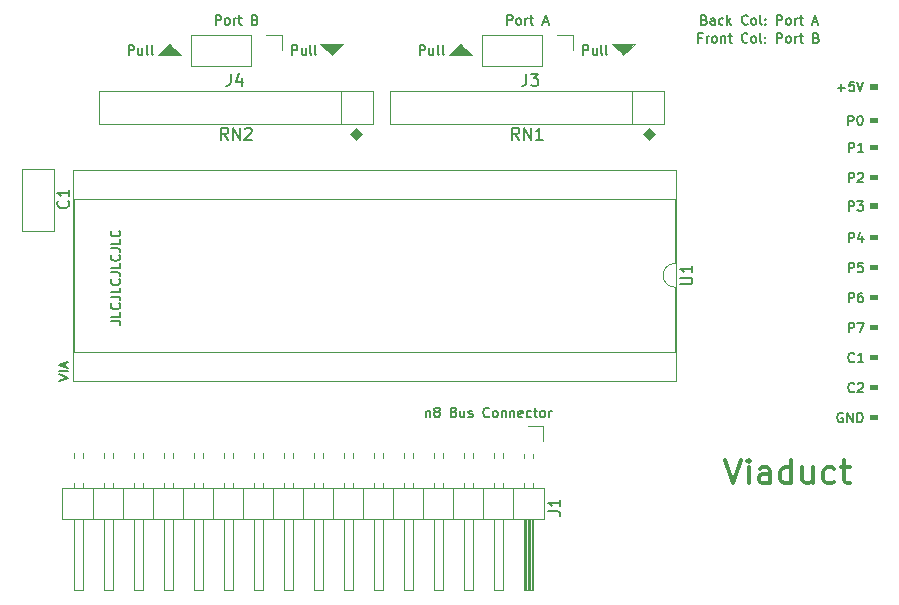
<source format=gbr>
%TF.GenerationSoftware,KiCad,Pcbnew,(5.1.12-1-10_14)*%
%TF.CreationDate,2021-12-06T13:14:12+01:00*%
%TF.ProjectId,viaduct,76696164-7563-4742-9e6b-696361645f70,rev?*%
%TF.SameCoordinates,Original*%
%TF.FileFunction,Legend,Top*%
%TF.FilePolarity,Positive*%
%FSLAX46Y46*%
G04 Gerber Fmt 4.6, Leading zero omitted, Abs format (unit mm)*
G04 Created by KiCad (PCBNEW (5.1.12-1-10_14)) date 2021-12-06 13:14:12*
%MOMM*%
%LPD*%
G01*
G04 APERTURE LIST*
%ADD10C,0.150000*%
%ADD11C,0.100000*%
%ADD12C,0.300000*%
%ADD13C,0.120000*%
G04 APERTURE END LIST*
D10*
X122701104Y-119951038D02*
X123272533Y-119951038D01*
X123386819Y-119989133D01*
X123463009Y-120065323D01*
X123501104Y-120179609D01*
X123501104Y-120255800D01*
X123501104Y-119189133D02*
X123501104Y-119570085D01*
X122701104Y-119570085D01*
X123424914Y-118465323D02*
X123463009Y-118503419D01*
X123501104Y-118617704D01*
X123501104Y-118693895D01*
X123463009Y-118808180D01*
X123386819Y-118884371D01*
X123310628Y-118922466D01*
X123158247Y-118960561D01*
X123043961Y-118960561D01*
X122891580Y-118922466D01*
X122815390Y-118884371D01*
X122739200Y-118808180D01*
X122701104Y-118693895D01*
X122701104Y-118617704D01*
X122739200Y-118503419D01*
X122777295Y-118465323D01*
X122701104Y-117893895D02*
X123272533Y-117893895D01*
X123386819Y-117931990D01*
X123463009Y-118008180D01*
X123501104Y-118122466D01*
X123501104Y-118198657D01*
X123501104Y-117131990D02*
X123501104Y-117512942D01*
X122701104Y-117512942D01*
X123424914Y-116408180D02*
X123463009Y-116446276D01*
X123501104Y-116560561D01*
X123501104Y-116636752D01*
X123463009Y-116751038D01*
X123386819Y-116827228D01*
X123310628Y-116865323D01*
X123158247Y-116903419D01*
X123043961Y-116903419D01*
X122891580Y-116865323D01*
X122815390Y-116827228D01*
X122739200Y-116751038D01*
X122701104Y-116636752D01*
X122701104Y-116560561D01*
X122739200Y-116446276D01*
X122777295Y-116408180D01*
X122701104Y-115836752D02*
X123272533Y-115836752D01*
X123386819Y-115874847D01*
X123463009Y-115951038D01*
X123501104Y-116065323D01*
X123501104Y-116141514D01*
X123501104Y-115074847D02*
X123501104Y-115455800D01*
X122701104Y-115455800D01*
X123424914Y-114351038D02*
X123463009Y-114389133D01*
X123501104Y-114503419D01*
X123501104Y-114579609D01*
X123463009Y-114693895D01*
X123386819Y-114770085D01*
X123310628Y-114808180D01*
X123158247Y-114846276D01*
X123043961Y-114846276D01*
X122891580Y-114808180D01*
X122815390Y-114770085D01*
X122739200Y-114693895D01*
X122701104Y-114579609D01*
X122701104Y-114503419D01*
X122739200Y-114389133D01*
X122777295Y-114351038D01*
X122701104Y-113779609D02*
X123272533Y-113779609D01*
X123386819Y-113817704D01*
X123463009Y-113893895D01*
X123501104Y-114008180D01*
X123501104Y-114084371D01*
X123501104Y-113017704D02*
X123501104Y-113398657D01*
X122701104Y-113398657D01*
X123424914Y-112293895D02*
X123463009Y-112331990D01*
X123501104Y-112446276D01*
X123501104Y-112522466D01*
X123463009Y-112636752D01*
X123386819Y-112712942D01*
X123310628Y-112751038D01*
X123158247Y-112789133D01*
X123043961Y-112789133D01*
X122891580Y-112751038D01*
X122815390Y-112712942D01*
X122739200Y-112636752D01*
X122701104Y-112522466D01*
X122701104Y-112446276D01*
X122739200Y-112331990D01*
X122777295Y-112293895D01*
D11*
G36*
X187579000Y-128270000D02*
G01*
X187007500Y-128270000D01*
X187007500Y-127889000D01*
X187579000Y-127889000D01*
X187579000Y-128270000D01*
G37*
X187579000Y-128270000D02*
X187007500Y-128270000D01*
X187007500Y-127889000D01*
X187579000Y-127889000D01*
X187579000Y-128270000D01*
G36*
X187579000Y-125730000D02*
G01*
X187007500Y-125730000D01*
X187007500Y-125349000D01*
X187579000Y-125349000D01*
X187579000Y-125730000D01*
G37*
X187579000Y-125730000D02*
X187007500Y-125730000D01*
X187007500Y-125349000D01*
X187579000Y-125349000D01*
X187579000Y-125730000D01*
G36*
X187579000Y-123190000D02*
G01*
X187007500Y-123190000D01*
X187007500Y-122809000D01*
X187579000Y-122809000D01*
X187579000Y-123190000D01*
G37*
X187579000Y-123190000D02*
X187007500Y-123190000D01*
X187007500Y-122809000D01*
X187579000Y-122809000D01*
X187579000Y-123190000D01*
G36*
X187579000Y-120650000D02*
G01*
X187007500Y-120650000D01*
X187007500Y-120269000D01*
X187579000Y-120269000D01*
X187579000Y-120650000D01*
G37*
X187579000Y-120650000D02*
X187007500Y-120650000D01*
X187007500Y-120269000D01*
X187579000Y-120269000D01*
X187579000Y-120650000D01*
G36*
X187579000Y-118110000D02*
G01*
X187007500Y-118110000D01*
X187007500Y-117729000D01*
X187579000Y-117729000D01*
X187579000Y-118110000D01*
G37*
X187579000Y-118110000D02*
X187007500Y-118110000D01*
X187007500Y-117729000D01*
X187579000Y-117729000D01*
X187579000Y-118110000D01*
G36*
X187579000Y-115570000D02*
G01*
X187007500Y-115570000D01*
X187007500Y-115189000D01*
X187579000Y-115189000D01*
X187579000Y-115570000D01*
G37*
X187579000Y-115570000D02*
X187007500Y-115570000D01*
X187007500Y-115189000D01*
X187579000Y-115189000D01*
X187579000Y-115570000D01*
G36*
X187579000Y-113030000D02*
G01*
X187007500Y-113030000D01*
X187007500Y-112649000D01*
X187579000Y-112649000D01*
X187579000Y-113030000D01*
G37*
X187579000Y-113030000D02*
X187007500Y-113030000D01*
X187007500Y-112649000D01*
X187579000Y-112649000D01*
X187579000Y-113030000D01*
G36*
X187579000Y-110363000D02*
G01*
X187007500Y-110363000D01*
X187007500Y-109982000D01*
X187579000Y-109982000D01*
X187579000Y-110363000D01*
G37*
X187579000Y-110363000D02*
X187007500Y-110363000D01*
X187007500Y-109982000D01*
X187579000Y-109982000D01*
X187579000Y-110363000D01*
G36*
X187579000Y-107950000D02*
G01*
X187007500Y-107950000D01*
X187007500Y-107569000D01*
X187579000Y-107569000D01*
X187579000Y-107950000D01*
G37*
X187579000Y-107950000D02*
X187007500Y-107950000D01*
X187007500Y-107569000D01*
X187579000Y-107569000D01*
X187579000Y-107950000D01*
G36*
X187579000Y-105410000D02*
G01*
X187007500Y-105410000D01*
X187007500Y-105029000D01*
X187579000Y-105029000D01*
X187579000Y-105410000D01*
G37*
X187579000Y-105410000D02*
X187007500Y-105410000D01*
X187007500Y-105029000D01*
X187579000Y-105029000D01*
X187579000Y-105410000D01*
G36*
X187579000Y-103124000D02*
G01*
X187007500Y-103124000D01*
X187007500Y-102743000D01*
X187579000Y-102743000D01*
X187579000Y-103124000D01*
G37*
X187579000Y-103124000D02*
X187007500Y-103124000D01*
X187007500Y-102743000D01*
X187579000Y-102743000D01*
X187579000Y-103124000D01*
G36*
X187579000Y-100266500D02*
G01*
X187007500Y-100266500D01*
X187007500Y-99885500D01*
X187579000Y-99885500D01*
X187579000Y-100266500D01*
G37*
X187579000Y-100266500D02*
X187007500Y-100266500D01*
X187007500Y-99885500D01*
X187579000Y-99885500D01*
X187579000Y-100266500D01*
D10*
X184700428Y-127743000D02*
X184624238Y-127704904D01*
X184509952Y-127704904D01*
X184395666Y-127743000D01*
X184319476Y-127819190D01*
X184281380Y-127895380D01*
X184243285Y-128047761D01*
X184243285Y-128162047D01*
X184281380Y-128314428D01*
X184319476Y-128390619D01*
X184395666Y-128466809D01*
X184509952Y-128504904D01*
X184586142Y-128504904D01*
X184700428Y-128466809D01*
X184738523Y-128428714D01*
X184738523Y-128162047D01*
X184586142Y-128162047D01*
X185081380Y-128504904D02*
X185081380Y-127704904D01*
X185538523Y-128504904D01*
X185538523Y-127704904D01*
X185919476Y-128504904D02*
X185919476Y-127704904D01*
X186109952Y-127704904D01*
X186224238Y-127743000D01*
X186300428Y-127819190D01*
X186338523Y-127895380D01*
X186376619Y-128047761D01*
X186376619Y-128162047D01*
X186338523Y-128314428D01*
X186300428Y-128390619D01*
X186224238Y-128466809D01*
X186109952Y-128504904D01*
X185919476Y-128504904D01*
X184281380Y-100196642D02*
X184890904Y-100196642D01*
X184586142Y-100501404D02*
X184586142Y-99891880D01*
X185652809Y-99701404D02*
X185271857Y-99701404D01*
X185233761Y-100082357D01*
X185271857Y-100044261D01*
X185348047Y-100006166D01*
X185538523Y-100006166D01*
X185614714Y-100044261D01*
X185652809Y-100082357D01*
X185690904Y-100158547D01*
X185690904Y-100349023D01*
X185652809Y-100425214D01*
X185614714Y-100463309D01*
X185538523Y-100501404D01*
X185348047Y-100501404D01*
X185271857Y-100463309D01*
X185233761Y-100425214D01*
X185919476Y-99701404D02*
X186186142Y-100501404D01*
X186452809Y-99701404D01*
X118306904Y-125006000D02*
X119106904Y-124739333D01*
X118306904Y-124472666D01*
X119106904Y-124206000D02*
X118306904Y-124206000D01*
X118878333Y-123863142D02*
X118878333Y-123482190D01*
X119106904Y-123939333D02*
X118306904Y-123672666D01*
X119106904Y-123406000D01*
X149428857Y-127539771D02*
X149428857Y-128073104D01*
X149428857Y-127615961D02*
X149466952Y-127577866D01*
X149543142Y-127539771D01*
X149657428Y-127539771D01*
X149733619Y-127577866D01*
X149771714Y-127654057D01*
X149771714Y-128073104D01*
X150266952Y-127615961D02*
X150190761Y-127577866D01*
X150152666Y-127539771D01*
X150114571Y-127463580D01*
X150114571Y-127425485D01*
X150152666Y-127349295D01*
X150190761Y-127311200D01*
X150266952Y-127273104D01*
X150419333Y-127273104D01*
X150495523Y-127311200D01*
X150533619Y-127349295D01*
X150571714Y-127425485D01*
X150571714Y-127463580D01*
X150533619Y-127539771D01*
X150495523Y-127577866D01*
X150419333Y-127615961D01*
X150266952Y-127615961D01*
X150190761Y-127654057D01*
X150152666Y-127692152D01*
X150114571Y-127768342D01*
X150114571Y-127920723D01*
X150152666Y-127996914D01*
X150190761Y-128035009D01*
X150266952Y-128073104D01*
X150419333Y-128073104D01*
X150495523Y-128035009D01*
X150533619Y-127996914D01*
X150571714Y-127920723D01*
X150571714Y-127768342D01*
X150533619Y-127692152D01*
X150495523Y-127654057D01*
X150419333Y-127615961D01*
X151790761Y-127654057D02*
X151905047Y-127692152D01*
X151943142Y-127730247D01*
X151981238Y-127806438D01*
X151981238Y-127920723D01*
X151943142Y-127996914D01*
X151905047Y-128035009D01*
X151828857Y-128073104D01*
X151524095Y-128073104D01*
X151524095Y-127273104D01*
X151790761Y-127273104D01*
X151866952Y-127311200D01*
X151905047Y-127349295D01*
X151943142Y-127425485D01*
X151943142Y-127501676D01*
X151905047Y-127577866D01*
X151866952Y-127615961D01*
X151790761Y-127654057D01*
X151524095Y-127654057D01*
X152666952Y-127539771D02*
X152666952Y-128073104D01*
X152324095Y-127539771D02*
X152324095Y-127958819D01*
X152362190Y-128035009D01*
X152438380Y-128073104D01*
X152552666Y-128073104D01*
X152628857Y-128035009D01*
X152666952Y-127996914D01*
X153009809Y-128035009D02*
X153086000Y-128073104D01*
X153238380Y-128073104D01*
X153314571Y-128035009D01*
X153352666Y-127958819D01*
X153352666Y-127920723D01*
X153314571Y-127844533D01*
X153238380Y-127806438D01*
X153124095Y-127806438D01*
X153047904Y-127768342D01*
X153009809Y-127692152D01*
X153009809Y-127654057D01*
X153047904Y-127577866D01*
X153124095Y-127539771D01*
X153238380Y-127539771D01*
X153314571Y-127577866D01*
X154762190Y-127996914D02*
X154724095Y-128035009D01*
X154609809Y-128073104D01*
X154533619Y-128073104D01*
X154419333Y-128035009D01*
X154343142Y-127958819D01*
X154305047Y-127882628D01*
X154266952Y-127730247D01*
X154266952Y-127615961D01*
X154305047Y-127463580D01*
X154343142Y-127387390D01*
X154419333Y-127311200D01*
X154533619Y-127273104D01*
X154609809Y-127273104D01*
X154724095Y-127311200D01*
X154762190Y-127349295D01*
X155219333Y-128073104D02*
X155143142Y-128035009D01*
X155105047Y-127996914D01*
X155066952Y-127920723D01*
X155066952Y-127692152D01*
X155105047Y-127615961D01*
X155143142Y-127577866D01*
X155219333Y-127539771D01*
X155333619Y-127539771D01*
X155409809Y-127577866D01*
X155447904Y-127615961D01*
X155486000Y-127692152D01*
X155486000Y-127920723D01*
X155447904Y-127996914D01*
X155409809Y-128035009D01*
X155333619Y-128073104D01*
X155219333Y-128073104D01*
X155828857Y-127539771D02*
X155828857Y-128073104D01*
X155828857Y-127615961D02*
X155866952Y-127577866D01*
X155943142Y-127539771D01*
X156057428Y-127539771D01*
X156133619Y-127577866D01*
X156171714Y-127654057D01*
X156171714Y-128073104D01*
X156552666Y-127539771D02*
X156552666Y-128073104D01*
X156552666Y-127615961D02*
X156590761Y-127577866D01*
X156666952Y-127539771D01*
X156781238Y-127539771D01*
X156857428Y-127577866D01*
X156895523Y-127654057D01*
X156895523Y-128073104D01*
X157581238Y-128035009D02*
X157505047Y-128073104D01*
X157352666Y-128073104D01*
X157276476Y-128035009D01*
X157238380Y-127958819D01*
X157238380Y-127654057D01*
X157276476Y-127577866D01*
X157352666Y-127539771D01*
X157505047Y-127539771D01*
X157581238Y-127577866D01*
X157619333Y-127654057D01*
X157619333Y-127730247D01*
X157238380Y-127806438D01*
X158305047Y-128035009D02*
X158228857Y-128073104D01*
X158076476Y-128073104D01*
X158000285Y-128035009D01*
X157962190Y-127996914D01*
X157924095Y-127920723D01*
X157924095Y-127692152D01*
X157962190Y-127615961D01*
X158000285Y-127577866D01*
X158076476Y-127539771D01*
X158228857Y-127539771D01*
X158305047Y-127577866D01*
X158533619Y-127539771D02*
X158838380Y-127539771D01*
X158647904Y-127273104D02*
X158647904Y-127958819D01*
X158686000Y-128035009D01*
X158762190Y-128073104D01*
X158838380Y-128073104D01*
X159219333Y-128073104D02*
X159143142Y-128035009D01*
X159105047Y-127996914D01*
X159066952Y-127920723D01*
X159066952Y-127692152D01*
X159105047Y-127615961D01*
X159143142Y-127577866D01*
X159219333Y-127539771D01*
X159333619Y-127539771D01*
X159409809Y-127577866D01*
X159447904Y-127615961D01*
X159486000Y-127692152D01*
X159486000Y-127920723D01*
X159447904Y-127996914D01*
X159409809Y-128035009D01*
X159333619Y-128073104D01*
X159219333Y-128073104D01*
X159828857Y-128073104D02*
X159828857Y-127539771D01*
X159828857Y-127692152D02*
X159866952Y-127615961D01*
X159905047Y-127577866D01*
X159981238Y-127539771D01*
X160057428Y-127539771D01*
D12*
X174717095Y-131683261D02*
X175383761Y-133683261D01*
X176050428Y-131683261D01*
X176717095Y-133683261D02*
X176717095Y-132349928D01*
X176717095Y-131683261D02*
X176621857Y-131778500D01*
X176717095Y-131873738D01*
X176812333Y-131778500D01*
X176717095Y-131683261D01*
X176717095Y-131873738D01*
X178526619Y-133683261D02*
X178526619Y-132635642D01*
X178431380Y-132445166D01*
X178240904Y-132349928D01*
X177859952Y-132349928D01*
X177669476Y-132445166D01*
X178526619Y-133588023D02*
X178336142Y-133683261D01*
X177859952Y-133683261D01*
X177669476Y-133588023D01*
X177574238Y-133397547D01*
X177574238Y-133207071D01*
X177669476Y-133016595D01*
X177859952Y-132921357D01*
X178336142Y-132921357D01*
X178526619Y-132826119D01*
X180336142Y-133683261D02*
X180336142Y-131683261D01*
X180336142Y-133588023D02*
X180145666Y-133683261D01*
X179764714Y-133683261D01*
X179574238Y-133588023D01*
X179479000Y-133492785D01*
X179383761Y-133302309D01*
X179383761Y-132730880D01*
X179479000Y-132540404D01*
X179574238Y-132445166D01*
X179764714Y-132349928D01*
X180145666Y-132349928D01*
X180336142Y-132445166D01*
X182145666Y-132349928D02*
X182145666Y-133683261D01*
X181288523Y-132349928D02*
X181288523Y-133397547D01*
X181383761Y-133588023D01*
X181574238Y-133683261D01*
X181859952Y-133683261D01*
X182050428Y-133588023D01*
X182145666Y-133492785D01*
X183955190Y-133588023D02*
X183764714Y-133683261D01*
X183383761Y-133683261D01*
X183193285Y-133588023D01*
X183098047Y-133492785D01*
X183002809Y-133302309D01*
X183002809Y-132730880D01*
X183098047Y-132540404D01*
X183193285Y-132445166D01*
X183383761Y-132349928D01*
X183764714Y-132349928D01*
X183955190Y-132445166D01*
X184526619Y-132349928D02*
X185288523Y-132349928D01*
X184812333Y-131683261D02*
X184812333Y-133397547D01*
X184907571Y-133588023D01*
X185098047Y-133683261D01*
X185288523Y-133683261D01*
D11*
G36*
X144018000Y-104140000D02*
G01*
X143510000Y-104648000D01*
X143002000Y-104140000D01*
X143510000Y-103632000D01*
X144018000Y-104140000D01*
G37*
X144018000Y-104140000D02*
X143510000Y-104648000D01*
X143002000Y-104140000D01*
X143510000Y-103632000D01*
X144018000Y-104140000D01*
G36*
X168783000Y-104140000D02*
G01*
X168275000Y-104648000D01*
X167767000Y-104140000D01*
X168275000Y-103632000D01*
X168783000Y-104140000D01*
G37*
X168783000Y-104140000D02*
X168275000Y-104648000D01*
X167767000Y-104140000D01*
X168275000Y-103632000D01*
X168783000Y-104140000D01*
D10*
X172746000Y-95954857D02*
X172479333Y-95954857D01*
X172479333Y-96373904D02*
X172479333Y-95573904D01*
X172860285Y-95573904D01*
X173165047Y-96373904D02*
X173165047Y-95840571D01*
X173165047Y-95992952D02*
X173203142Y-95916761D01*
X173241238Y-95878666D01*
X173317428Y-95840571D01*
X173393619Y-95840571D01*
X173774571Y-96373904D02*
X173698380Y-96335809D01*
X173660285Y-96297714D01*
X173622190Y-96221523D01*
X173622190Y-95992952D01*
X173660285Y-95916761D01*
X173698380Y-95878666D01*
X173774571Y-95840571D01*
X173888857Y-95840571D01*
X173965047Y-95878666D01*
X174003142Y-95916761D01*
X174041238Y-95992952D01*
X174041238Y-96221523D01*
X174003142Y-96297714D01*
X173965047Y-96335809D01*
X173888857Y-96373904D01*
X173774571Y-96373904D01*
X174384095Y-95840571D02*
X174384095Y-96373904D01*
X174384095Y-95916761D02*
X174422190Y-95878666D01*
X174498380Y-95840571D01*
X174612666Y-95840571D01*
X174688857Y-95878666D01*
X174726952Y-95954857D01*
X174726952Y-96373904D01*
X174993619Y-95840571D02*
X175298380Y-95840571D01*
X175107904Y-95573904D02*
X175107904Y-96259619D01*
X175146000Y-96335809D01*
X175222190Y-96373904D01*
X175298380Y-96373904D01*
X176631714Y-96297714D02*
X176593619Y-96335809D01*
X176479333Y-96373904D01*
X176403142Y-96373904D01*
X176288857Y-96335809D01*
X176212666Y-96259619D01*
X176174571Y-96183428D01*
X176136476Y-96031047D01*
X176136476Y-95916761D01*
X176174571Y-95764380D01*
X176212666Y-95688190D01*
X176288857Y-95612000D01*
X176403142Y-95573904D01*
X176479333Y-95573904D01*
X176593619Y-95612000D01*
X176631714Y-95650095D01*
X177088857Y-96373904D02*
X177012666Y-96335809D01*
X176974571Y-96297714D01*
X176936476Y-96221523D01*
X176936476Y-95992952D01*
X176974571Y-95916761D01*
X177012666Y-95878666D01*
X177088857Y-95840571D01*
X177203142Y-95840571D01*
X177279333Y-95878666D01*
X177317428Y-95916761D01*
X177355523Y-95992952D01*
X177355523Y-96221523D01*
X177317428Y-96297714D01*
X177279333Y-96335809D01*
X177203142Y-96373904D01*
X177088857Y-96373904D01*
X177812666Y-96373904D02*
X177736476Y-96335809D01*
X177698380Y-96259619D01*
X177698380Y-95573904D01*
X178117428Y-96297714D02*
X178155523Y-96335809D01*
X178117428Y-96373904D01*
X178079333Y-96335809D01*
X178117428Y-96297714D01*
X178117428Y-96373904D01*
X178117428Y-95878666D02*
X178155523Y-95916761D01*
X178117428Y-95954857D01*
X178079333Y-95916761D01*
X178117428Y-95878666D01*
X178117428Y-95954857D01*
X179107904Y-96373904D02*
X179107904Y-95573904D01*
X179412666Y-95573904D01*
X179488857Y-95612000D01*
X179526952Y-95650095D01*
X179565047Y-95726285D01*
X179565047Y-95840571D01*
X179526952Y-95916761D01*
X179488857Y-95954857D01*
X179412666Y-95992952D01*
X179107904Y-95992952D01*
X180022190Y-96373904D02*
X179946000Y-96335809D01*
X179907904Y-96297714D01*
X179869809Y-96221523D01*
X179869809Y-95992952D01*
X179907904Y-95916761D01*
X179946000Y-95878666D01*
X180022190Y-95840571D01*
X180136476Y-95840571D01*
X180212666Y-95878666D01*
X180250761Y-95916761D01*
X180288857Y-95992952D01*
X180288857Y-96221523D01*
X180250761Y-96297714D01*
X180212666Y-96335809D01*
X180136476Y-96373904D01*
X180022190Y-96373904D01*
X180631714Y-96373904D02*
X180631714Y-95840571D01*
X180631714Y-95992952D02*
X180669809Y-95916761D01*
X180707904Y-95878666D01*
X180784095Y-95840571D01*
X180860285Y-95840571D01*
X181012666Y-95840571D02*
X181317428Y-95840571D01*
X181126952Y-95573904D02*
X181126952Y-96259619D01*
X181165047Y-96335809D01*
X181241238Y-96373904D01*
X181317428Y-96373904D01*
X182460285Y-95954857D02*
X182574571Y-95992952D01*
X182612666Y-96031047D01*
X182650761Y-96107238D01*
X182650761Y-96221523D01*
X182612666Y-96297714D01*
X182574571Y-96335809D01*
X182498380Y-96373904D01*
X182193619Y-96373904D01*
X182193619Y-95573904D01*
X182460285Y-95573904D01*
X182536476Y-95612000D01*
X182574571Y-95650095D01*
X182612666Y-95726285D01*
X182612666Y-95802476D01*
X182574571Y-95878666D01*
X182536476Y-95916761D01*
X182460285Y-95954857D01*
X182193619Y-95954857D01*
X172980928Y-94430857D02*
X173095214Y-94468952D01*
X173133309Y-94507047D01*
X173171404Y-94583238D01*
X173171404Y-94697523D01*
X173133309Y-94773714D01*
X173095214Y-94811809D01*
X173019023Y-94849904D01*
X172714261Y-94849904D01*
X172714261Y-94049904D01*
X172980928Y-94049904D01*
X173057119Y-94088000D01*
X173095214Y-94126095D01*
X173133309Y-94202285D01*
X173133309Y-94278476D01*
X173095214Y-94354666D01*
X173057119Y-94392761D01*
X172980928Y-94430857D01*
X172714261Y-94430857D01*
X173857119Y-94849904D02*
X173857119Y-94430857D01*
X173819023Y-94354666D01*
X173742833Y-94316571D01*
X173590452Y-94316571D01*
X173514261Y-94354666D01*
X173857119Y-94811809D02*
X173780928Y-94849904D01*
X173590452Y-94849904D01*
X173514261Y-94811809D01*
X173476166Y-94735619D01*
X173476166Y-94659428D01*
X173514261Y-94583238D01*
X173590452Y-94545142D01*
X173780928Y-94545142D01*
X173857119Y-94507047D01*
X174580928Y-94811809D02*
X174504738Y-94849904D01*
X174352357Y-94849904D01*
X174276166Y-94811809D01*
X174238071Y-94773714D01*
X174199976Y-94697523D01*
X174199976Y-94468952D01*
X174238071Y-94392761D01*
X174276166Y-94354666D01*
X174352357Y-94316571D01*
X174504738Y-94316571D01*
X174580928Y-94354666D01*
X174923785Y-94849904D02*
X174923785Y-94049904D01*
X174999976Y-94545142D02*
X175228547Y-94849904D01*
X175228547Y-94316571D02*
X174923785Y-94621333D01*
X176638071Y-94773714D02*
X176599976Y-94811809D01*
X176485690Y-94849904D01*
X176409500Y-94849904D01*
X176295214Y-94811809D01*
X176219023Y-94735619D01*
X176180928Y-94659428D01*
X176142833Y-94507047D01*
X176142833Y-94392761D01*
X176180928Y-94240380D01*
X176219023Y-94164190D01*
X176295214Y-94088000D01*
X176409500Y-94049904D01*
X176485690Y-94049904D01*
X176599976Y-94088000D01*
X176638071Y-94126095D01*
X177095214Y-94849904D02*
X177019023Y-94811809D01*
X176980928Y-94773714D01*
X176942833Y-94697523D01*
X176942833Y-94468952D01*
X176980928Y-94392761D01*
X177019023Y-94354666D01*
X177095214Y-94316571D01*
X177209500Y-94316571D01*
X177285690Y-94354666D01*
X177323785Y-94392761D01*
X177361880Y-94468952D01*
X177361880Y-94697523D01*
X177323785Y-94773714D01*
X177285690Y-94811809D01*
X177209500Y-94849904D01*
X177095214Y-94849904D01*
X177819023Y-94849904D02*
X177742833Y-94811809D01*
X177704738Y-94735619D01*
X177704738Y-94049904D01*
X178123785Y-94773714D02*
X178161880Y-94811809D01*
X178123785Y-94849904D01*
X178085690Y-94811809D01*
X178123785Y-94773714D01*
X178123785Y-94849904D01*
X178123785Y-94354666D02*
X178161880Y-94392761D01*
X178123785Y-94430857D01*
X178085690Y-94392761D01*
X178123785Y-94354666D01*
X178123785Y-94430857D01*
X179114261Y-94849904D02*
X179114261Y-94049904D01*
X179419023Y-94049904D01*
X179495214Y-94088000D01*
X179533309Y-94126095D01*
X179571404Y-94202285D01*
X179571404Y-94316571D01*
X179533309Y-94392761D01*
X179495214Y-94430857D01*
X179419023Y-94468952D01*
X179114261Y-94468952D01*
X180028547Y-94849904D02*
X179952357Y-94811809D01*
X179914261Y-94773714D01*
X179876166Y-94697523D01*
X179876166Y-94468952D01*
X179914261Y-94392761D01*
X179952357Y-94354666D01*
X180028547Y-94316571D01*
X180142833Y-94316571D01*
X180219023Y-94354666D01*
X180257119Y-94392761D01*
X180295214Y-94468952D01*
X180295214Y-94697523D01*
X180257119Y-94773714D01*
X180219023Y-94811809D01*
X180142833Y-94849904D01*
X180028547Y-94849904D01*
X180638071Y-94849904D02*
X180638071Y-94316571D01*
X180638071Y-94468952D02*
X180676166Y-94392761D01*
X180714261Y-94354666D01*
X180790452Y-94316571D01*
X180866642Y-94316571D01*
X181019023Y-94316571D02*
X181323785Y-94316571D01*
X181133309Y-94049904D02*
X181133309Y-94735619D01*
X181171404Y-94811809D01*
X181247595Y-94849904D01*
X181323785Y-94849904D01*
X182161880Y-94621333D02*
X182542833Y-94621333D01*
X182085690Y-94849904D02*
X182352357Y-94049904D01*
X182619023Y-94849904D01*
X185667666Y-125888714D02*
X185629571Y-125926809D01*
X185515285Y-125964904D01*
X185439095Y-125964904D01*
X185324809Y-125926809D01*
X185248619Y-125850619D01*
X185210523Y-125774428D01*
X185172428Y-125622047D01*
X185172428Y-125507761D01*
X185210523Y-125355380D01*
X185248619Y-125279190D01*
X185324809Y-125203000D01*
X185439095Y-125164904D01*
X185515285Y-125164904D01*
X185629571Y-125203000D01*
X185667666Y-125241095D01*
X185972428Y-125241095D02*
X186010523Y-125203000D01*
X186086714Y-125164904D01*
X186277190Y-125164904D01*
X186353380Y-125203000D01*
X186391476Y-125241095D01*
X186429571Y-125317285D01*
X186429571Y-125393476D01*
X186391476Y-125507761D01*
X185934333Y-125964904D01*
X186429571Y-125964904D01*
X185667666Y-123348714D02*
X185629571Y-123386809D01*
X185515285Y-123424904D01*
X185439095Y-123424904D01*
X185324809Y-123386809D01*
X185248619Y-123310619D01*
X185210523Y-123234428D01*
X185172428Y-123082047D01*
X185172428Y-122967761D01*
X185210523Y-122815380D01*
X185248619Y-122739190D01*
X185324809Y-122663000D01*
X185439095Y-122624904D01*
X185515285Y-122624904D01*
X185629571Y-122663000D01*
X185667666Y-122701095D01*
X186429571Y-123424904D02*
X185972428Y-123424904D01*
X186201000Y-123424904D02*
X186201000Y-122624904D01*
X186124809Y-122739190D01*
X186048619Y-122815380D01*
X185972428Y-122853476D01*
X185210523Y-120884904D02*
X185210523Y-120084904D01*
X185515285Y-120084904D01*
X185591476Y-120123000D01*
X185629571Y-120161095D01*
X185667666Y-120237285D01*
X185667666Y-120351571D01*
X185629571Y-120427761D01*
X185591476Y-120465857D01*
X185515285Y-120503952D01*
X185210523Y-120503952D01*
X185934333Y-120084904D02*
X186467666Y-120084904D01*
X186124809Y-120884904D01*
X185210523Y-118344904D02*
X185210523Y-117544904D01*
X185515285Y-117544904D01*
X185591476Y-117583000D01*
X185629571Y-117621095D01*
X185667666Y-117697285D01*
X185667666Y-117811571D01*
X185629571Y-117887761D01*
X185591476Y-117925857D01*
X185515285Y-117963952D01*
X185210523Y-117963952D01*
X186353380Y-117544904D02*
X186201000Y-117544904D01*
X186124809Y-117583000D01*
X186086714Y-117621095D01*
X186010523Y-117735380D01*
X185972428Y-117887761D01*
X185972428Y-118192523D01*
X186010523Y-118268714D01*
X186048619Y-118306809D01*
X186124809Y-118344904D01*
X186277190Y-118344904D01*
X186353380Y-118306809D01*
X186391476Y-118268714D01*
X186429571Y-118192523D01*
X186429571Y-118002047D01*
X186391476Y-117925857D01*
X186353380Y-117887761D01*
X186277190Y-117849666D01*
X186124809Y-117849666D01*
X186048619Y-117887761D01*
X186010523Y-117925857D01*
X185972428Y-118002047D01*
X185210523Y-115804904D02*
X185210523Y-115004904D01*
X185515285Y-115004904D01*
X185591476Y-115043000D01*
X185629571Y-115081095D01*
X185667666Y-115157285D01*
X185667666Y-115271571D01*
X185629571Y-115347761D01*
X185591476Y-115385857D01*
X185515285Y-115423952D01*
X185210523Y-115423952D01*
X186391476Y-115004904D02*
X186010523Y-115004904D01*
X185972428Y-115385857D01*
X186010523Y-115347761D01*
X186086714Y-115309666D01*
X186277190Y-115309666D01*
X186353380Y-115347761D01*
X186391476Y-115385857D01*
X186429571Y-115462047D01*
X186429571Y-115652523D01*
X186391476Y-115728714D01*
X186353380Y-115766809D01*
X186277190Y-115804904D01*
X186086714Y-115804904D01*
X186010523Y-115766809D01*
X185972428Y-115728714D01*
X185210523Y-113264904D02*
X185210523Y-112464904D01*
X185515285Y-112464904D01*
X185591476Y-112503000D01*
X185629571Y-112541095D01*
X185667666Y-112617285D01*
X185667666Y-112731571D01*
X185629571Y-112807761D01*
X185591476Y-112845857D01*
X185515285Y-112883952D01*
X185210523Y-112883952D01*
X186353380Y-112731571D02*
X186353380Y-113264904D01*
X186162904Y-112426809D02*
X185972428Y-112998238D01*
X186467666Y-112998238D01*
X185210523Y-110597904D02*
X185210523Y-109797904D01*
X185515285Y-109797904D01*
X185591476Y-109836000D01*
X185629571Y-109874095D01*
X185667666Y-109950285D01*
X185667666Y-110064571D01*
X185629571Y-110140761D01*
X185591476Y-110178857D01*
X185515285Y-110216952D01*
X185210523Y-110216952D01*
X185934333Y-109797904D02*
X186429571Y-109797904D01*
X186162904Y-110102666D01*
X186277190Y-110102666D01*
X186353380Y-110140761D01*
X186391476Y-110178857D01*
X186429571Y-110255047D01*
X186429571Y-110445523D01*
X186391476Y-110521714D01*
X186353380Y-110559809D01*
X186277190Y-110597904D01*
X186048619Y-110597904D01*
X185972428Y-110559809D01*
X185934333Y-110521714D01*
X185210523Y-108184904D02*
X185210523Y-107384904D01*
X185515285Y-107384904D01*
X185591476Y-107423000D01*
X185629571Y-107461095D01*
X185667666Y-107537285D01*
X185667666Y-107651571D01*
X185629571Y-107727761D01*
X185591476Y-107765857D01*
X185515285Y-107803952D01*
X185210523Y-107803952D01*
X185972428Y-107461095D02*
X186010523Y-107423000D01*
X186086714Y-107384904D01*
X186277190Y-107384904D01*
X186353380Y-107423000D01*
X186391476Y-107461095D01*
X186429571Y-107537285D01*
X186429571Y-107613476D01*
X186391476Y-107727761D01*
X185934333Y-108184904D01*
X186429571Y-108184904D01*
X185210523Y-105644904D02*
X185210523Y-104844904D01*
X185515285Y-104844904D01*
X185591476Y-104883000D01*
X185629571Y-104921095D01*
X185667666Y-104997285D01*
X185667666Y-105111571D01*
X185629571Y-105187761D01*
X185591476Y-105225857D01*
X185515285Y-105263952D01*
X185210523Y-105263952D01*
X186429571Y-105644904D02*
X185972428Y-105644904D01*
X186201000Y-105644904D02*
X186201000Y-104844904D01*
X186124809Y-104959190D01*
X186048619Y-105035380D01*
X185972428Y-105073476D01*
X185157571Y-103358904D02*
X185157571Y-102558904D01*
X185462333Y-102558904D01*
X185538523Y-102597000D01*
X185576619Y-102635095D01*
X185614714Y-102711285D01*
X185614714Y-102825571D01*
X185576619Y-102901761D01*
X185538523Y-102939857D01*
X185462333Y-102977952D01*
X185157571Y-102977952D01*
X186109952Y-102558904D02*
X186186142Y-102558904D01*
X186262333Y-102597000D01*
X186300428Y-102635095D01*
X186338523Y-102711285D01*
X186376619Y-102863666D01*
X186376619Y-103054142D01*
X186338523Y-103206523D01*
X186300428Y-103282714D01*
X186262333Y-103320809D01*
X186186142Y-103358904D01*
X186109952Y-103358904D01*
X186033761Y-103320809D01*
X185995666Y-103282714D01*
X185957571Y-103206523D01*
X185919476Y-103054142D01*
X185919476Y-102863666D01*
X185957571Y-102711285D01*
X185995666Y-102635095D01*
X186033761Y-102597000D01*
X186109952Y-102558904D01*
D11*
G36*
X152463500Y-96647000D02*
G01*
X153289000Y-97409000D01*
X151384000Y-97409000D01*
X152336500Y-96520000D01*
X152463500Y-96647000D01*
G37*
X152463500Y-96647000D02*
X153289000Y-97409000D01*
X151384000Y-97409000D01*
X152336500Y-96520000D01*
X152463500Y-96647000D01*
G36*
X127825500Y-96647000D02*
G01*
X128651000Y-97409000D01*
X126746000Y-97409000D01*
X127698500Y-96520000D01*
X127825500Y-96647000D01*
G37*
X127825500Y-96647000D02*
X128651000Y-97409000D01*
X126746000Y-97409000D01*
X127698500Y-96520000D01*
X127825500Y-96647000D01*
G36*
X166116000Y-97409000D02*
G01*
X165989000Y-97282000D01*
X165163500Y-96520000D01*
X167068500Y-96520000D01*
X166116000Y-97409000D01*
G37*
X166116000Y-97409000D02*
X165989000Y-97282000D01*
X165163500Y-96520000D01*
X167068500Y-96520000D01*
X166116000Y-97409000D01*
G36*
X141414500Y-97409000D02*
G01*
X141287500Y-97282000D01*
X140462000Y-96520000D01*
X142367000Y-96520000D01*
X141414500Y-97409000D01*
G37*
X141414500Y-97409000D02*
X141287500Y-97282000D01*
X140462000Y-96520000D01*
X142367000Y-96520000D01*
X141414500Y-97409000D01*
D10*
X124231523Y-97389904D02*
X124231523Y-96589904D01*
X124536285Y-96589904D01*
X124612476Y-96628000D01*
X124650571Y-96666095D01*
X124688666Y-96742285D01*
X124688666Y-96856571D01*
X124650571Y-96932761D01*
X124612476Y-96970857D01*
X124536285Y-97008952D01*
X124231523Y-97008952D01*
X125374380Y-96856571D02*
X125374380Y-97389904D01*
X125031523Y-96856571D02*
X125031523Y-97275619D01*
X125069619Y-97351809D01*
X125145809Y-97389904D01*
X125260095Y-97389904D01*
X125336285Y-97351809D01*
X125374380Y-97313714D01*
X125869619Y-97389904D02*
X125793428Y-97351809D01*
X125755333Y-97275619D01*
X125755333Y-96589904D01*
X126288666Y-97389904D02*
X126212476Y-97351809D01*
X126174380Y-97275619D01*
X126174380Y-96589904D01*
X138074523Y-97389904D02*
X138074523Y-96589904D01*
X138379285Y-96589904D01*
X138455476Y-96628000D01*
X138493571Y-96666095D01*
X138531666Y-96742285D01*
X138531666Y-96856571D01*
X138493571Y-96932761D01*
X138455476Y-96970857D01*
X138379285Y-97008952D01*
X138074523Y-97008952D01*
X139217380Y-96856571D02*
X139217380Y-97389904D01*
X138874523Y-96856571D02*
X138874523Y-97275619D01*
X138912619Y-97351809D01*
X138988809Y-97389904D01*
X139103095Y-97389904D01*
X139179285Y-97351809D01*
X139217380Y-97313714D01*
X139712619Y-97389904D02*
X139636428Y-97351809D01*
X139598333Y-97275619D01*
X139598333Y-96589904D01*
X140131666Y-97389904D02*
X140055476Y-97351809D01*
X140017380Y-97275619D01*
X140017380Y-96589904D01*
X148869523Y-97389904D02*
X148869523Y-96589904D01*
X149174285Y-96589904D01*
X149250476Y-96628000D01*
X149288571Y-96666095D01*
X149326666Y-96742285D01*
X149326666Y-96856571D01*
X149288571Y-96932761D01*
X149250476Y-96970857D01*
X149174285Y-97008952D01*
X148869523Y-97008952D01*
X150012380Y-96856571D02*
X150012380Y-97389904D01*
X149669523Y-96856571D02*
X149669523Y-97275619D01*
X149707619Y-97351809D01*
X149783809Y-97389904D01*
X149898095Y-97389904D01*
X149974285Y-97351809D01*
X150012380Y-97313714D01*
X150507619Y-97389904D02*
X150431428Y-97351809D01*
X150393333Y-97275619D01*
X150393333Y-96589904D01*
X150926666Y-97389904D02*
X150850476Y-97351809D01*
X150812380Y-97275619D01*
X150812380Y-96589904D01*
X162712523Y-97389904D02*
X162712523Y-96589904D01*
X163017285Y-96589904D01*
X163093476Y-96628000D01*
X163131571Y-96666095D01*
X163169666Y-96742285D01*
X163169666Y-96856571D01*
X163131571Y-96932761D01*
X163093476Y-96970857D01*
X163017285Y-97008952D01*
X162712523Y-97008952D01*
X163855380Y-96856571D02*
X163855380Y-97389904D01*
X163512523Y-96856571D02*
X163512523Y-97275619D01*
X163550619Y-97351809D01*
X163626809Y-97389904D01*
X163741095Y-97389904D01*
X163817285Y-97351809D01*
X163855380Y-97313714D01*
X164350619Y-97389904D02*
X164274428Y-97351809D01*
X164236333Y-97275619D01*
X164236333Y-96589904D01*
X164769666Y-97389904D02*
X164693476Y-97351809D01*
X164655380Y-97275619D01*
X164655380Y-96589904D01*
X131597619Y-94849904D02*
X131597619Y-94049904D01*
X131902380Y-94049904D01*
X131978571Y-94088000D01*
X132016666Y-94126095D01*
X132054761Y-94202285D01*
X132054761Y-94316571D01*
X132016666Y-94392761D01*
X131978571Y-94430857D01*
X131902380Y-94468952D01*
X131597619Y-94468952D01*
X132511904Y-94849904D02*
X132435714Y-94811809D01*
X132397619Y-94773714D01*
X132359523Y-94697523D01*
X132359523Y-94468952D01*
X132397619Y-94392761D01*
X132435714Y-94354666D01*
X132511904Y-94316571D01*
X132626190Y-94316571D01*
X132702380Y-94354666D01*
X132740476Y-94392761D01*
X132778571Y-94468952D01*
X132778571Y-94697523D01*
X132740476Y-94773714D01*
X132702380Y-94811809D01*
X132626190Y-94849904D01*
X132511904Y-94849904D01*
X133121428Y-94849904D02*
X133121428Y-94316571D01*
X133121428Y-94468952D02*
X133159523Y-94392761D01*
X133197619Y-94354666D01*
X133273809Y-94316571D01*
X133350000Y-94316571D01*
X133502380Y-94316571D02*
X133807142Y-94316571D01*
X133616666Y-94049904D02*
X133616666Y-94735619D01*
X133654761Y-94811809D01*
X133730952Y-94849904D01*
X133807142Y-94849904D01*
X134950000Y-94430857D02*
X135064285Y-94468952D01*
X135102380Y-94507047D01*
X135140476Y-94583238D01*
X135140476Y-94697523D01*
X135102380Y-94773714D01*
X135064285Y-94811809D01*
X134988095Y-94849904D01*
X134683333Y-94849904D01*
X134683333Y-94049904D01*
X134950000Y-94049904D01*
X135026190Y-94088000D01*
X135064285Y-94126095D01*
X135102380Y-94202285D01*
X135102380Y-94278476D01*
X135064285Y-94354666D01*
X135026190Y-94392761D01*
X134950000Y-94430857D01*
X134683333Y-94430857D01*
X156292761Y-94849904D02*
X156292761Y-94049904D01*
X156597523Y-94049904D01*
X156673714Y-94088000D01*
X156711809Y-94126095D01*
X156749904Y-94202285D01*
X156749904Y-94316571D01*
X156711809Y-94392761D01*
X156673714Y-94430857D01*
X156597523Y-94468952D01*
X156292761Y-94468952D01*
X157207047Y-94849904D02*
X157130857Y-94811809D01*
X157092761Y-94773714D01*
X157054666Y-94697523D01*
X157054666Y-94468952D01*
X157092761Y-94392761D01*
X157130857Y-94354666D01*
X157207047Y-94316571D01*
X157321333Y-94316571D01*
X157397523Y-94354666D01*
X157435619Y-94392761D01*
X157473714Y-94468952D01*
X157473714Y-94697523D01*
X157435619Y-94773714D01*
X157397523Y-94811809D01*
X157321333Y-94849904D01*
X157207047Y-94849904D01*
X157816571Y-94849904D02*
X157816571Y-94316571D01*
X157816571Y-94468952D02*
X157854666Y-94392761D01*
X157892761Y-94354666D01*
X157968952Y-94316571D01*
X158045142Y-94316571D01*
X158197523Y-94316571D02*
X158502285Y-94316571D01*
X158311809Y-94049904D02*
X158311809Y-94735619D01*
X158349904Y-94811809D01*
X158426095Y-94849904D01*
X158502285Y-94849904D01*
X159340380Y-94621333D02*
X159721333Y-94621333D01*
X159264190Y-94849904D02*
X159530857Y-94049904D01*
X159797523Y-94849904D01*
D13*
%TO.C,J1*%
X159382000Y-134053000D02*
X118622000Y-134053000D01*
X118622000Y-134053000D02*
X118622000Y-136713000D01*
X118622000Y-136713000D02*
X159382000Y-136713000D01*
X159382000Y-136713000D02*
X159382000Y-134053000D01*
X158432000Y-136713000D02*
X158432000Y-142713000D01*
X158432000Y-142713000D02*
X157672000Y-142713000D01*
X157672000Y-142713000D02*
X157672000Y-136713000D01*
X158372000Y-136713000D02*
X158372000Y-142713000D01*
X158252000Y-136713000D02*
X158252000Y-142713000D01*
X158132000Y-136713000D02*
X158132000Y-142713000D01*
X158012000Y-136713000D02*
X158012000Y-142713000D01*
X157892000Y-136713000D02*
X157892000Y-142713000D01*
X157772000Y-136713000D02*
X157772000Y-142713000D01*
X158432000Y-133655929D02*
X158432000Y-134053000D01*
X157672000Y-133655929D02*
X157672000Y-134053000D01*
X158432000Y-131183000D02*
X158432000Y-131570071D01*
X157672000Y-131183000D02*
X157672000Y-131570071D01*
X156782000Y-134053000D02*
X156782000Y-136713000D01*
X155892000Y-136713000D02*
X155892000Y-142713000D01*
X155892000Y-142713000D02*
X155132000Y-142713000D01*
X155132000Y-142713000D02*
X155132000Y-136713000D01*
X155892000Y-133655929D02*
X155892000Y-134053000D01*
X155132000Y-133655929D02*
X155132000Y-134053000D01*
X155892000Y-131115929D02*
X155892000Y-131570071D01*
X155132000Y-131115929D02*
X155132000Y-131570071D01*
X154242000Y-134053000D02*
X154242000Y-136713000D01*
X153352000Y-136713000D02*
X153352000Y-142713000D01*
X153352000Y-142713000D02*
X152592000Y-142713000D01*
X152592000Y-142713000D02*
X152592000Y-136713000D01*
X153352000Y-133655929D02*
X153352000Y-134053000D01*
X152592000Y-133655929D02*
X152592000Y-134053000D01*
X153352000Y-131115929D02*
X153352000Y-131570071D01*
X152592000Y-131115929D02*
X152592000Y-131570071D01*
X151702000Y-134053000D02*
X151702000Y-136713000D01*
X150812000Y-136713000D02*
X150812000Y-142713000D01*
X150812000Y-142713000D02*
X150052000Y-142713000D01*
X150052000Y-142713000D02*
X150052000Y-136713000D01*
X150812000Y-133655929D02*
X150812000Y-134053000D01*
X150052000Y-133655929D02*
X150052000Y-134053000D01*
X150812000Y-131115929D02*
X150812000Y-131570071D01*
X150052000Y-131115929D02*
X150052000Y-131570071D01*
X149162000Y-134053000D02*
X149162000Y-136713000D01*
X148272000Y-136713000D02*
X148272000Y-142713000D01*
X148272000Y-142713000D02*
X147512000Y-142713000D01*
X147512000Y-142713000D02*
X147512000Y-136713000D01*
X148272000Y-133655929D02*
X148272000Y-134053000D01*
X147512000Y-133655929D02*
X147512000Y-134053000D01*
X148272000Y-131115929D02*
X148272000Y-131570071D01*
X147512000Y-131115929D02*
X147512000Y-131570071D01*
X146622000Y-134053000D02*
X146622000Y-136713000D01*
X145732000Y-136713000D02*
X145732000Y-142713000D01*
X145732000Y-142713000D02*
X144972000Y-142713000D01*
X144972000Y-142713000D02*
X144972000Y-136713000D01*
X145732000Y-133655929D02*
X145732000Y-134053000D01*
X144972000Y-133655929D02*
X144972000Y-134053000D01*
X145732000Y-131115929D02*
X145732000Y-131570071D01*
X144972000Y-131115929D02*
X144972000Y-131570071D01*
X144082000Y-134053000D02*
X144082000Y-136713000D01*
X143192000Y-136713000D02*
X143192000Y-142713000D01*
X143192000Y-142713000D02*
X142432000Y-142713000D01*
X142432000Y-142713000D02*
X142432000Y-136713000D01*
X143192000Y-133655929D02*
X143192000Y-134053000D01*
X142432000Y-133655929D02*
X142432000Y-134053000D01*
X143192000Y-131115929D02*
X143192000Y-131570071D01*
X142432000Y-131115929D02*
X142432000Y-131570071D01*
X141542000Y-134053000D02*
X141542000Y-136713000D01*
X140652000Y-136713000D02*
X140652000Y-142713000D01*
X140652000Y-142713000D02*
X139892000Y-142713000D01*
X139892000Y-142713000D02*
X139892000Y-136713000D01*
X140652000Y-133655929D02*
X140652000Y-134053000D01*
X139892000Y-133655929D02*
X139892000Y-134053000D01*
X140652000Y-131115929D02*
X140652000Y-131570071D01*
X139892000Y-131115929D02*
X139892000Y-131570071D01*
X139002000Y-134053000D02*
X139002000Y-136713000D01*
X138112000Y-136713000D02*
X138112000Y-142713000D01*
X138112000Y-142713000D02*
X137352000Y-142713000D01*
X137352000Y-142713000D02*
X137352000Y-136713000D01*
X138112000Y-133655929D02*
X138112000Y-134053000D01*
X137352000Y-133655929D02*
X137352000Y-134053000D01*
X138112000Y-131115929D02*
X138112000Y-131570071D01*
X137352000Y-131115929D02*
X137352000Y-131570071D01*
X136462000Y-134053000D02*
X136462000Y-136713000D01*
X135572000Y-136713000D02*
X135572000Y-142713000D01*
X135572000Y-142713000D02*
X134812000Y-142713000D01*
X134812000Y-142713000D02*
X134812000Y-136713000D01*
X135572000Y-133655929D02*
X135572000Y-134053000D01*
X134812000Y-133655929D02*
X134812000Y-134053000D01*
X135572000Y-131115929D02*
X135572000Y-131570071D01*
X134812000Y-131115929D02*
X134812000Y-131570071D01*
X133922000Y-134053000D02*
X133922000Y-136713000D01*
X133032000Y-136713000D02*
X133032000Y-142713000D01*
X133032000Y-142713000D02*
X132272000Y-142713000D01*
X132272000Y-142713000D02*
X132272000Y-136713000D01*
X133032000Y-133655929D02*
X133032000Y-134053000D01*
X132272000Y-133655929D02*
X132272000Y-134053000D01*
X133032000Y-131115929D02*
X133032000Y-131570071D01*
X132272000Y-131115929D02*
X132272000Y-131570071D01*
X131382000Y-134053000D02*
X131382000Y-136713000D01*
X130492000Y-136713000D02*
X130492000Y-142713000D01*
X130492000Y-142713000D02*
X129732000Y-142713000D01*
X129732000Y-142713000D02*
X129732000Y-136713000D01*
X130492000Y-133655929D02*
X130492000Y-134053000D01*
X129732000Y-133655929D02*
X129732000Y-134053000D01*
X130492000Y-131115929D02*
X130492000Y-131570071D01*
X129732000Y-131115929D02*
X129732000Y-131570071D01*
X128842000Y-134053000D02*
X128842000Y-136713000D01*
X127952000Y-136713000D02*
X127952000Y-142713000D01*
X127952000Y-142713000D02*
X127192000Y-142713000D01*
X127192000Y-142713000D02*
X127192000Y-136713000D01*
X127952000Y-133655929D02*
X127952000Y-134053000D01*
X127192000Y-133655929D02*
X127192000Y-134053000D01*
X127952000Y-131115929D02*
X127952000Y-131570071D01*
X127192000Y-131115929D02*
X127192000Y-131570071D01*
X126302000Y-134053000D02*
X126302000Y-136713000D01*
X125412000Y-136713000D02*
X125412000Y-142713000D01*
X125412000Y-142713000D02*
X124652000Y-142713000D01*
X124652000Y-142713000D02*
X124652000Y-136713000D01*
X125412000Y-133655929D02*
X125412000Y-134053000D01*
X124652000Y-133655929D02*
X124652000Y-134053000D01*
X125412000Y-131115929D02*
X125412000Y-131570071D01*
X124652000Y-131115929D02*
X124652000Y-131570071D01*
X123762000Y-134053000D02*
X123762000Y-136713000D01*
X122872000Y-136713000D02*
X122872000Y-142713000D01*
X122872000Y-142713000D02*
X122112000Y-142713000D01*
X122112000Y-142713000D02*
X122112000Y-136713000D01*
X122872000Y-133655929D02*
X122872000Y-134053000D01*
X122112000Y-133655929D02*
X122112000Y-134053000D01*
X122872000Y-131115929D02*
X122872000Y-131570071D01*
X122112000Y-131115929D02*
X122112000Y-131570071D01*
X121222000Y-134053000D02*
X121222000Y-136713000D01*
X120332000Y-136713000D02*
X120332000Y-142713000D01*
X120332000Y-142713000D02*
X119572000Y-142713000D01*
X119572000Y-142713000D02*
X119572000Y-136713000D01*
X120332000Y-133655929D02*
X120332000Y-134053000D01*
X119572000Y-133655929D02*
X119572000Y-134053000D01*
X120332000Y-131115929D02*
X120332000Y-131570071D01*
X119572000Y-131115929D02*
X119572000Y-131570071D01*
X158052000Y-128803000D02*
X159322000Y-128803000D01*
X159322000Y-128803000D02*
X159322000Y-130073000D01*
%TO.C,C1*%
X117956000Y-107088000D02*
X117956000Y-112328000D01*
X115216000Y-107088000D02*
X115216000Y-112328000D01*
X117956000Y-107088000D02*
X115216000Y-107088000D01*
X117956000Y-112328000D02*
X115216000Y-112328000D01*
%TO.C,J4*%
X129480000Y-95698000D02*
X129480000Y-98358000D01*
X134620000Y-95698000D02*
X129480000Y-95698000D01*
X134620000Y-98358000D02*
X129480000Y-98358000D01*
X134620000Y-95698000D02*
X134620000Y-98358000D01*
X135890000Y-95698000D02*
X137220000Y-95698000D01*
X137220000Y-95698000D02*
X137220000Y-97028000D01*
%TO.C,J3*%
X154118000Y-95698000D02*
X154118000Y-98358000D01*
X159258000Y-95698000D02*
X154118000Y-95698000D01*
X159258000Y-98358000D02*
X154118000Y-98358000D01*
X159258000Y-95698000D02*
X159258000Y-98358000D01*
X160528000Y-95698000D02*
X161858000Y-95698000D01*
X161858000Y-95698000D02*
X161858000Y-97028000D01*
%TO.C,RN2*%
X144950000Y-103254000D02*
X144950000Y-100454000D01*
X144950000Y-100454000D02*
X121750000Y-100454000D01*
X121750000Y-100454000D02*
X121750000Y-103254000D01*
X121750000Y-103254000D02*
X144950000Y-103254000D01*
X142240000Y-103254000D02*
X142240000Y-100454000D01*
%TO.C,RN1*%
X169588000Y-103254000D02*
X169588000Y-100454000D01*
X169588000Y-100454000D02*
X146388000Y-100454000D01*
X146388000Y-100454000D02*
X146388000Y-103254000D01*
X146388000Y-103254000D02*
X169588000Y-103254000D01*
X166878000Y-103254000D02*
X166878000Y-100454000D01*
%TO.C,U1*%
X170554000Y-125028000D02*
X170554000Y-107128000D01*
X119514000Y-125028000D02*
X170554000Y-125028000D01*
X119514000Y-107128000D02*
X119514000Y-125028000D01*
X170554000Y-107128000D02*
X119514000Y-107128000D01*
X170494000Y-122538000D02*
X170494000Y-117078000D01*
X119574000Y-122538000D02*
X170494000Y-122538000D01*
X119574000Y-109618000D02*
X119574000Y-122538000D01*
X170494000Y-109618000D02*
X119574000Y-109618000D01*
X170494000Y-115078000D02*
X170494000Y-109618000D01*
X170494000Y-117078000D02*
G75*
G02*
X170494000Y-115078000I0J1000000D01*
G01*
%TO.C,J1*%
D10*
X159774380Y-136061333D02*
X160488666Y-136061333D01*
X160631523Y-136108952D01*
X160726761Y-136204190D01*
X160774380Y-136347047D01*
X160774380Y-136442285D01*
X160774380Y-135061333D02*
X160774380Y-135632761D01*
X160774380Y-135347047D02*
X159774380Y-135347047D01*
X159917238Y-135442285D01*
X160012476Y-135537523D01*
X160060095Y-135632761D01*
%TO.C,C1*%
X119102142Y-109767666D02*
X119149761Y-109815285D01*
X119197380Y-109958142D01*
X119197380Y-110053380D01*
X119149761Y-110196238D01*
X119054523Y-110291476D01*
X118959285Y-110339095D01*
X118768809Y-110386714D01*
X118625952Y-110386714D01*
X118435476Y-110339095D01*
X118340238Y-110291476D01*
X118245000Y-110196238D01*
X118197380Y-110053380D01*
X118197380Y-109958142D01*
X118245000Y-109815285D01*
X118292619Y-109767666D01*
X119197380Y-108815285D02*
X119197380Y-109386714D01*
X119197380Y-109101000D02*
X118197380Y-109101000D01*
X118340238Y-109196238D01*
X118435476Y-109291476D01*
X118483095Y-109386714D01*
%TO.C,J4*%
X132889666Y-99020380D02*
X132889666Y-99734666D01*
X132842047Y-99877523D01*
X132746809Y-99972761D01*
X132603952Y-100020380D01*
X132508714Y-100020380D01*
X133794428Y-99353714D02*
X133794428Y-100020380D01*
X133556333Y-98972761D02*
X133318238Y-99687047D01*
X133937285Y-99687047D01*
%TO.C,J3*%
X157908666Y-99020380D02*
X157908666Y-99734666D01*
X157861047Y-99877523D01*
X157765809Y-99972761D01*
X157622952Y-100020380D01*
X157527714Y-100020380D01*
X158289619Y-99020380D02*
X158908666Y-99020380D01*
X158575333Y-99401333D01*
X158718190Y-99401333D01*
X158813428Y-99448952D01*
X158861047Y-99496571D01*
X158908666Y-99591809D01*
X158908666Y-99829904D01*
X158861047Y-99925142D01*
X158813428Y-99972761D01*
X158718190Y-100020380D01*
X158432476Y-100020380D01*
X158337238Y-99972761D01*
X158289619Y-99925142D01*
%TO.C,RN2*%
X132659523Y-104592380D02*
X132326190Y-104116190D01*
X132088095Y-104592380D02*
X132088095Y-103592380D01*
X132469047Y-103592380D01*
X132564285Y-103640000D01*
X132611904Y-103687619D01*
X132659523Y-103782857D01*
X132659523Y-103925714D01*
X132611904Y-104020952D01*
X132564285Y-104068571D01*
X132469047Y-104116190D01*
X132088095Y-104116190D01*
X133088095Y-104592380D02*
X133088095Y-103592380D01*
X133659523Y-104592380D01*
X133659523Y-103592380D01*
X134088095Y-103687619D02*
X134135714Y-103640000D01*
X134230952Y-103592380D01*
X134469047Y-103592380D01*
X134564285Y-103640000D01*
X134611904Y-103687619D01*
X134659523Y-103782857D01*
X134659523Y-103878095D01*
X134611904Y-104020952D01*
X134040476Y-104592380D01*
X134659523Y-104592380D01*
%TO.C,RN1*%
X157297523Y-104592380D02*
X156964190Y-104116190D01*
X156726095Y-104592380D02*
X156726095Y-103592380D01*
X157107047Y-103592380D01*
X157202285Y-103640000D01*
X157249904Y-103687619D01*
X157297523Y-103782857D01*
X157297523Y-103925714D01*
X157249904Y-104020952D01*
X157202285Y-104068571D01*
X157107047Y-104116190D01*
X156726095Y-104116190D01*
X157726095Y-104592380D02*
X157726095Y-103592380D01*
X158297523Y-104592380D01*
X158297523Y-103592380D01*
X159297523Y-104592380D02*
X158726095Y-104592380D01*
X159011809Y-104592380D02*
X159011809Y-103592380D01*
X158916571Y-103735238D01*
X158821333Y-103830476D01*
X158726095Y-103878095D01*
%TO.C,U1*%
X170946380Y-116839904D02*
X171755904Y-116839904D01*
X171851142Y-116792285D01*
X171898761Y-116744666D01*
X171946380Y-116649428D01*
X171946380Y-116458952D01*
X171898761Y-116363714D01*
X171851142Y-116316095D01*
X171755904Y-116268476D01*
X170946380Y-116268476D01*
X171946380Y-115268476D02*
X171946380Y-115839904D01*
X171946380Y-115554190D02*
X170946380Y-115554190D01*
X171089238Y-115649428D01*
X171184476Y-115744666D01*
X171232095Y-115839904D01*
%TD*%
M02*

</source>
